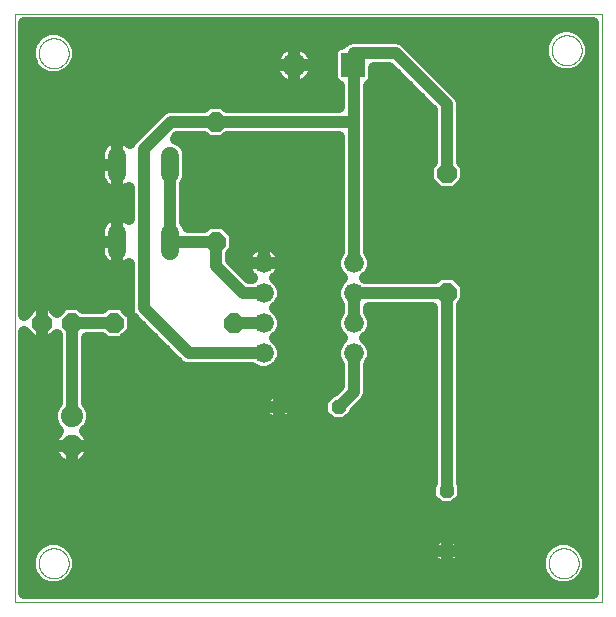
<source format=gbl>
G75*
%MOIN*%
%OFA0B0*%
%FSLAX25Y25*%
%IPPOS*%
%LPD*%
%AMOC8*
5,1,8,0,0,1.08239X$1,22.5*
%
%ADD10C,0.00000*%
%ADD11OC8,0.04800*%
%ADD12C,0.06600*%
%ADD13OC8,0.06600*%
%ADD14C,0.06000*%
%ADD15C,0.07400*%
%ADD16R,0.08000X0.08000*%
%ADD17C,0.08000*%
%ADD18C,0.04000*%
D10*
X0003000Y0003000D02*
X0003000Y0198961D01*
X0198701Y0198961D01*
X0198701Y0003000D01*
X0003000Y0003000D01*
X0011000Y0016000D02*
X0011002Y0016141D01*
X0011008Y0016282D01*
X0011018Y0016422D01*
X0011032Y0016562D01*
X0011050Y0016702D01*
X0011071Y0016841D01*
X0011097Y0016980D01*
X0011126Y0017118D01*
X0011160Y0017254D01*
X0011197Y0017390D01*
X0011238Y0017525D01*
X0011283Y0017659D01*
X0011332Y0017791D01*
X0011384Y0017922D01*
X0011440Y0018051D01*
X0011500Y0018178D01*
X0011563Y0018304D01*
X0011629Y0018428D01*
X0011700Y0018551D01*
X0011773Y0018671D01*
X0011850Y0018789D01*
X0011930Y0018905D01*
X0012014Y0019018D01*
X0012100Y0019129D01*
X0012190Y0019238D01*
X0012283Y0019344D01*
X0012378Y0019447D01*
X0012477Y0019548D01*
X0012578Y0019646D01*
X0012682Y0019741D01*
X0012789Y0019833D01*
X0012898Y0019922D01*
X0013010Y0020007D01*
X0013124Y0020090D01*
X0013240Y0020170D01*
X0013359Y0020246D01*
X0013480Y0020318D01*
X0013602Y0020388D01*
X0013727Y0020453D01*
X0013853Y0020516D01*
X0013981Y0020574D01*
X0014111Y0020629D01*
X0014242Y0020681D01*
X0014375Y0020728D01*
X0014509Y0020772D01*
X0014644Y0020813D01*
X0014780Y0020849D01*
X0014917Y0020881D01*
X0015055Y0020910D01*
X0015193Y0020935D01*
X0015333Y0020955D01*
X0015473Y0020972D01*
X0015613Y0020985D01*
X0015754Y0020994D01*
X0015894Y0020999D01*
X0016035Y0021000D01*
X0016176Y0020997D01*
X0016317Y0020990D01*
X0016457Y0020979D01*
X0016597Y0020964D01*
X0016737Y0020945D01*
X0016876Y0020923D01*
X0017014Y0020896D01*
X0017152Y0020866D01*
X0017288Y0020831D01*
X0017424Y0020793D01*
X0017558Y0020751D01*
X0017692Y0020705D01*
X0017824Y0020656D01*
X0017954Y0020602D01*
X0018083Y0020545D01*
X0018210Y0020485D01*
X0018336Y0020421D01*
X0018459Y0020353D01*
X0018581Y0020282D01*
X0018701Y0020208D01*
X0018818Y0020130D01*
X0018933Y0020049D01*
X0019046Y0019965D01*
X0019157Y0019878D01*
X0019265Y0019787D01*
X0019370Y0019694D01*
X0019473Y0019597D01*
X0019573Y0019498D01*
X0019670Y0019396D01*
X0019764Y0019291D01*
X0019855Y0019184D01*
X0019943Y0019074D01*
X0020028Y0018962D01*
X0020110Y0018847D01*
X0020189Y0018730D01*
X0020264Y0018611D01*
X0020336Y0018490D01*
X0020404Y0018367D01*
X0020469Y0018242D01*
X0020531Y0018115D01*
X0020588Y0017986D01*
X0020643Y0017856D01*
X0020693Y0017725D01*
X0020740Y0017592D01*
X0020783Y0017458D01*
X0020822Y0017322D01*
X0020857Y0017186D01*
X0020889Y0017049D01*
X0020916Y0016911D01*
X0020940Y0016772D01*
X0020960Y0016632D01*
X0020976Y0016492D01*
X0020988Y0016352D01*
X0020996Y0016211D01*
X0021000Y0016070D01*
X0021000Y0015930D01*
X0020996Y0015789D01*
X0020988Y0015648D01*
X0020976Y0015508D01*
X0020960Y0015368D01*
X0020940Y0015228D01*
X0020916Y0015089D01*
X0020889Y0014951D01*
X0020857Y0014814D01*
X0020822Y0014678D01*
X0020783Y0014542D01*
X0020740Y0014408D01*
X0020693Y0014275D01*
X0020643Y0014144D01*
X0020588Y0014014D01*
X0020531Y0013885D01*
X0020469Y0013758D01*
X0020404Y0013633D01*
X0020336Y0013510D01*
X0020264Y0013389D01*
X0020189Y0013270D01*
X0020110Y0013153D01*
X0020028Y0013038D01*
X0019943Y0012926D01*
X0019855Y0012816D01*
X0019764Y0012709D01*
X0019670Y0012604D01*
X0019573Y0012502D01*
X0019473Y0012403D01*
X0019370Y0012306D01*
X0019265Y0012213D01*
X0019157Y0012122D01*
X0019046Y0012035D01*
X0018933Y0011951D01*
X0018818Y0011870D01*
X0018701Y0011792D01*
X0018581Y0011718D01*
X0018459Y0011647D01*
X0018336Y0011579D01*
X0018210Y0011515D01*
X0018083Y0011455D01*
X0017954Y0011398D01*
X0017824Y0011344D01*
X0017692Y0011295D01*
X0017558Y0011249D01*
X0017424Y0011207D01*
X0017288Y0011169D01*
X0017152Y0011134D01*
X0017014Y0011104D01*
X0016876Y0011077D01*
X0016737Y0011055D01*
X0016597Y0011036D01*
X0016457Y0011021D01*
X0016317Y0011010D01*
X0016176Y0011003D01*
X0016035Y0011000D01*
X0015894Y0011001D01*
X0015754Y0011006D01*
X0015613Y0011015D01*
X0015473Y0011028D01*
X0015333Y0011045D01*
X0015193Y0011065D01*
X0015055Y0011090D01*
X0014917Y0011119D01*
X0014780Y0011151D01*
X0014644Y0011187D01*
X0014509Y0011228D01*
X0014375Y0011272D01*
X0014242Y0011319D01*
X0014111Y0011371D01*
X0013981Y0011426D01*
X0013853Y0011484D01*
X0013727Y0011547D01*
X0013602Y0011612D01*
X0013480Y0011682D01*
X0013359Y0011754D01*
X0013240Y0011830D01*
X0013124Y0011910D01*
X0013010Y0011993D01*
X0012898Y0012078D01*
X0012789Y0012167D01*
X0012682Y0012259D01*
X0012578Y0012354D01*
X0012477Y0012452D01*
X0012378Y0012553D01*
X0012283Y0012656D01*
X0012190Y0012762D01*
X0012100Y0012871D01*
X0012014Y0012982D01*
X0011930Y0013095D01*
X0011850Y0013211D01*
X0011773Y0013329D01*
X0011700Y0013449D01*
X0011629Y0013572D01*
X0011563Y0013696D01*
X0011500Y0013822D01*
X0011440Y0013949D01*
X0011384Y0014078D01*
X0011332Y0014209D01*
X0011283Y0014341D01*
X0011238Y0014475D01*
X0011197Y0014610D01*
X0011160Y0014746D01*
X0011126Y0014882D01*
X0011097Y0015020D01*
X0011071Y0015159D01*
X0011050Y0015298D01*
X0011032Y0015438D01*
X0011018Y0015578D01*
X0011008Y0015718D01*
X0011002Y0015859D01*
X0011000Y0016000D01*
X0011000Y0186000D02*
X0011002Y0186141D01*
X0011008Y0186282D01*
X0011018Y0186422D01*
X0011032Y0186562D01*
X0011050Y0186702D01*
X0011071Y0186841D01*
X0011097Y0186980D01*
X0011126Y0187118D01*
X0011160Y0187254D01*
X0011197Y0187390D01*
X0011238Y0187525D01*
X0011283Y0187659D01*
X0011332Y0187791D01*
X0011384Y0187922D01*
X0011440Y0188051D01*
X0011500Y0188178D01*
X0011563Y0188304D01*
X0011629Y0188428D01*
X0011700Y0188551D01*
X0011773Y0188671D01*
X0011850Y0188789D01*
X0011930Y0188905D01*
X0012014Y0189018D01*
X0012100Y0189129D01*
X0012190Y0189238D01*
X0012283Y0189344D01*
X0012378Y0189447D01*
X0012477Y0189548D01*
X0012578Y0189646D01*
X0012682Y0189741D01*
X0012789Y0189833D01*
X0012898Y0189922D01*
X0013010Y0190007D01*
X0013124Y0190090D01*
X0013240Y0190170D01*
X0013359Y0190246D01*
X0013480Y0190318D01*
X0013602Y0190388D01*
X0013727Y0190453D01*
X0013853Y0190516D01*
X0013981Y0190574D01*
X0014111Y0190629D01*
X0014242Y0190681D01*
X0014375Y0190728D01*
X0014509Y0190772D01*
X0014644Y0190813D01*
X0014780Y0190849D01*
X0014917Y0190881D01*
X0015055Y0190910D01*
X0015193Y0190935D01*
X0015333Y0190955D01*
X0015473Y0190972D01*
X0015613Y0190985D01*
X0015754Y0190994D01*
X0015894Y0190999D01*
X0016035Y0191000D01*
X0016176Y0190997D01*
X0016317Y0190990D01*
X0016457Y0190979D01*
X0016597Y0190964D01*
X0016737Y0190945D01*
X0016876Y0190923D01*
X0017014Y0190896D01*
X0017152Y0190866D01*
X0017288Y0190831D01*
X0017424Y0190793D01*
X0017558Y0190751D01*
X0017692Y0190705D01*
X0017824Y0190656D01*
X0017954Y0190602D01*
X0018083Y0190545D01*
X0018210Y0190485D01*
X0018336Y0190421D01*
X0018459Y0190353D01*
X0018581Y0190282D01*
X0018701Y0190208D01*
X0018818Y0190130D01*
X0018933Y0190049D01*
X0019046Y0189965D01*
X0019157Y0189878D01*
X0019265Y0189787D01*
X0019370Y0189694D01*
X0019473Y0189597D01*
X0019573Y0189498D01*
X0019670Y0189396D01*
X0019764Y0189291D01*
X0019855Y0189184D01*
X0019943Y0189074D01*
X0020028Y0188962D01*
X0020110Y0188847D01*
X0020189Y0188730D01*
X0020264Y0188611D01*
X0020336Y0188490D01*
X0020404Y0188367D01*
X0020469Y0188242D01*
X0020531Y0188115D01*
X0020588Y0187986D01*
X0020643Y0187856D01*
X0020693Y0187725D01*
X0020740Y0187592D01*
X0020783Y0187458D01*
X0020822Y0187322D01*
X0020857Y0187186D01*
X0020889Y0187049D01*
X0020916Y0186911D01*
X0020940Y0186772D01*
X0020960Y0186632D01*
X0020976Y0186492D01*
X0020988Y0186352D01*
X0020996Y0186211D01*
X0021000Y0186070D01*
X0021000Y0185930D01*
X0020996Y0185789D01*
X0020988Y0185648D01*
X0020976Y0185508D01*
X0020960Y0185368D01*
X0020940Y0185228D01*
X0020916Y0185089D01*
X0020889Y0184951D01*
X0020857Y0184814D01*
X0020822Y0184678D01*
X0020783Y0184542D01*
X0020740Y0184408D01*
X0020693Y0184275D01*
X0020643Y0184144D01*
X0020588Y0184014D01*
X0020531Y0183885D01*
X0020469Y0183758D01*
X0020404Y0183633D01*
X0020336Y0183510D01*
X0020264Y0183389D01*
X0020189Y0183270D01*
X0020110Y0183153D01*
X0020028Y0183038D01*
X0019943Y0182926D01*
X0019855Y0182816D01*
X0019764Y0182709D01*
X0019670Y0182604D01*
X0019573Y0182502D01*
X0019473Y0182403D01*
X0019370Y0182306D01*
X0019265Y0182213D01*
X0019157Y0182122D01*
X0019046Y0182035D01*
X0018933Y0181951D01*
X0018818Y0181870D01*
X0018701Y0181792D01*
X0018581Y0181718D01*
X0018459Y0181647D01*
X0018336Y0181579D01*
X0018210Y0181515D01*
X0018083Y0181455D01*
X0017954Y0181398D01*
X0017824Y0181344D01*
X0017692Y0181295D01*
X0017558Y0181249D01*
X0017424Y0181207D01*
X0017288Y0181169D01*
X0017152Y0181134D01*
X0017014Y0181104D01*
X0016876Y0181077D01*
X0016737Y0181055D01*
X0016597Y0181036D01*
X0016457Y0181021D01*
X0016317Y0181010D01*
X0016176Y0181003D01*
X0016035Y0181000D01*
X0015894Y0181001D01*
X0015754Y0181006D01*
X0015613Y0181015D01*
X0015473Y0181028D01*
X0015333Y0181045D01*
X0015193Y0181065D01*
X0015055Y0181090D01*
X0014917Y0181119D01*
X0014780Y0181151D01*
X0014644Y0181187D01*
X0014509Y0181228D01*
X0014375Y0181272D01*
X0014242Y0181319D01*
X0014111Y0181371D01*
X0013981Y0181426D01*
X0013853Y0181484D01*
X0013727Y0181547D01*
X0013602Y0181612D01*
X0013480Y0181682D01*
X0013359Y0181754D01*
X0013240Y0181830D01*
X0013124Y0181910D01*
X0013010Y0181993D01*
X0012898Y0182078D01*
X0012789Y0182167D01*
X0012682Y0182259D01*
X0012578Y0182354D01*
X0012477Y0182452D01*
X0012378Y0182553D01*
X0012283Y0182656D01*
X0012190Y0182762D01*
X0012100Y0182871D01*
X0012014Y0182982D01*
X0011930Y0183095D01*
X0011850Y0183211D01*
X0011773Y0183329D01*
X0011700Y0183449D01*
X0011629Y0183572D01*
X0011563Y0183696D01*
X0011500Y0183822D01*
X0011440Y0183949D01*
X0011384Y0184078D01*
X0011332Y0184209D01*
X0011283Y0184341D01*
X0011238Y0184475D01*
X0011197Y0184610D01*
X0011160Y0184746D01*
X0011126Y0184882D01*
X0011097Y0185020D01*
X0011071Y0185159D01*
X0011050Y0185298D01*
X0011032Y0185438D01*
X0011018Y0185578D01*
X0011008Y0185718D01*
X0011002Y0185859D01*
X0011000Y0186000D01*
X0182000Y0187000D02*
X0182002Y0187141D01*
X0182008Y0187282D01*
X0182018Y0187422D01*
X0182032Y0187562D01*
X0182050Y0187702D01*
X0182071Y0187841D01*
X0182097Y0187980D01*
X0182126Y0188118D01*
X0182160Y0188254D01*
X0182197Y0188390D01*
X0182238Y0188525D01*
X0182283Y0188659D01*
X0182332Y0188791D01*
X0182384Y0188922D01*
X0182440Y0189051D01*
X0182500Y0189178D01*
X0182563Y0189304D01*
X0182629Y0189428D01*
X0182700Y0189551D01*
X0182773Y0189671D01*
X0182850Y0189789D01*
X0182930Y0189905D01*
X0183014Y0190018D01*
X0183100Y0190129D01*
X0183190Y0190238D01*
X0183283Y0190344D01*
X0183378Y0190447D01*
X0183477Y0190548D01*
X0183578Y0190646D01*
X0183682Y0190741D01*
X0183789Y0190833D01*
X0183898Y0190922D01*
X0184010Y0191007D01*
X0184124Y0191090D01*
X0184240Y0191170D01*
X0184359Y0191246D01*
X0184480Y0191318D01*
X0184602Y0191388D01*
X0184727Y0191453D01*
X0184853Y0191516D01*
X0184981Y0191574D01*
X0185111Y0191629D01*
X0185242Y0191681D01*
X0185375Y0191728D01*
X0185509Y0191772D01*
X0185644Y0191813D01*
X0185780Y0191849D01*
X0185917Y0191881D01*
X0186055Y0191910D01*
X0186193Y0191935D01*
X0186333Y0191955D01*
X0186473Y0191972D01*
X0186613Y0191985D01*
X0186754Y0191994D01*
X0186894Y0191999D01*
X0187035Y0192000D01*
X0187176Y0191997D01*
X0187317Y0191990D01*
X0187457Y0191979D01*
X0187597Y0191964D01*
X0187737Y0191945D01*
X0187876Y0191923D01*
X0188014Y0191896D01*
X0188152Y0191866D01*
X0188288Y0191831D01*
X0188424Y0191793D01*
X0188558Y0191751D01*
X0188692Y0191705D01*
X0188824Y0191656D01*
X0188954Y0191602D01*
X0189083Y0191545D01*
X0189210Y0191485D01*
X0189336Y0191421D01*
X0189459Y0191353D01*
X0189581Y0191282D01*
X0189701Y0191208D01*
X0189818Y0191130D01*
X0189933Y0191049D01*
X0190046Y0190965D01*
X0190157Y0190878D01*
X0190265Y0190787D01*
X0190370Y0190694D01*
X0190473Y0190597D01*
X0190573Y0190498D01*
X0190670Y0190396D01*
X0190764Y0190291D01*
X0190855Y0190184D01*
X0190943Y0190074D01*
X0191028Y0189962D01*
X0191110Y0189847D01*
X0191189Y0189730D01*
X0191264Y0189611D01*
X0191336Y0189490D01*
X0191404Y0189367D01*
X0191469Y0189242D01*
X0191531Y0189115D01*
X0191588Y0188986D01*
X0191643Y0188856D01*
X0191693Y0188725D01*
X0191740Y0188592D01*
X0191783Y0188458D01*
X0191822Y0188322D01*
X0191857Y0188186D01*
X0191889Y0188049D01*
X0191916Y0187911D01*
X0191940Y0187772D01*
X0191960Y0187632D01*
X0191976Y0187492D01*
X0191988Y0187352D01*
X0191996Y0187211D01*
X0192000Y0187070D01*
X0192000Y0186930D01*
X0191996Y0186789D01*
X0191988Y0186648D01*
X0191976Y0186508D01*
X0191960Y0186368D01*
X0191940Y0186228D01*
X0191916Y0186089D01*
X0191889Y0185951D01*
X0191857Y0185814D01*
X0191822Y0185678D01*
X0191783Y0185542D01*
X0191740Y0185408D01*
X0191693Y0185275D01*
X0191643Y0185144D01*
X0191588Y0185014D01*
X0191531Y0184885D01*
X0191469Y0184758D01*
X0191404Y0184633D01*
X0191336Y0184510D01*
X0191264Y0184389D01*
X0191189Y0184270D01*
X0191110Y0184153D01*
X0191028Y0184038D01*
X0190943Y0183926D01*
X0190855Y0183816D01*
X0190764Y0183709D01*
X0190670Y0183604D01*
X0190573Y0183502D01*
X0190473Y0183403D01*
X0190370Y0183306D01*
X0190265Y0183213D01*
X0190157Y0183122D01*
X0190046Y0183035D01*
X0189933Y0182951D01*
X0189818Y0182870D01*
X0189701Y0182792D01*
X0189581Y0182718D01*
X0189459Y0182647D01*
X0189336Y0182579D01*
X0189210Y0182515D01*
X0189083Y0182455D01*
X0188954Y0182398D01*
X0188824Y0182344D01*
X0188692Y0182295D01*
X0188558Y0182249D01*
X0188424Y0182207D01*
X0188288Y0182169D01*
X0188152Y0182134D01*
X0188014Y0182104D01*
X0187876Y0182077D01*
X0187737Y0182055D01*
X0187597Y0182036D01*
X0187457Y0182021D01*
X0187317Y0182010D01*
X0187176Y0182003D01*
X0187035Y0182000D01*
X0186894Y0182001D01*
X0186754Y0182006D01*
X0186613Y0182015D01*
X0186473Y0182028D01*
X0186333Y0182045D01*
X0186193Y0182065D01*
X0186055Y0182090D01*
X0185917Y0182119D01*
X0185780Y0182151D01*
X0185644Y0182187D01*
X0185509Y0182228D01*
X0185375Y0182272D01*
X0185242Y0182319D01*
X0185111Y0182371D01*
X0184981Y0182426D01*
X0184853Y0182484D01*
X0184727Y0182547D01*
X0184602Y0182612D01*
X0184480Y0182682D01*
X0184359Y0182754D01*
X0184240Y0182830D01*
X0184124Y0182910D01*
X0184010Y0182993D01*
X0183898Y0183078D01*
X0183789Y0183167D01*
X0183682Y0183259D01*
X0183578Y0183354D01*
X0183477Y0183452D01*
X0183378Y0183553D01*
X0183283Y0183656D01*
X0183190Y0183762D01*
X0183100Y0183871D01*
X0183014Y0183982D01*
X0182930Y0184095D01*
X0182850Y0184211D01*
X0182773Y0184329D01*
X0182700Y0184449D01*
X0182629Y0184572D01*
X0182563Y0184696D01*
X0182500Y0184822D01*
X0182440Y0184949D01*
X0182384Y0185078D01*
X0182332Y0185209D01*
X0182283Y0185341D01*
X0182238Y0185475D01*
X0182197Y0185610D01*
X0182160Y0185746D01*
X0182126Y0185882D01*
X0182097Y0186020D01*
X0182071Y0186159D01*
X0182050Y0186298D01*
X0182032Y0186438D01*
X0182018Y0186578D01*
X0182008Y0186718D01*
X0182002Y0186859D01*
X0182000Y0187000D01*
X0181000Y0016000D02*
X0181002Y0016141D01*
X0181008Y0016282D01*
X0181018Y0016422D01*
X0181032Y0016562D01*
X0181050Y0016702D01*
X0181071Y0016841D01*
X0181097Y0016980D01*
X0181126Y0017118D01*
X0181160Y0017254D01*
X0181197Y0017390D01*
X0181238Y0017525D01*
X0181283Y0017659D01*
X0181332Y0017791D01*
X0181384Y0017922D01*
X0181440Y0018051D01*
X0181500Y0018178D01*
X0181563Y0018304D01*
X0181629Y0018428D01*
X0181700Y0018551D01*
X0181773Y0018671D01*
X0181850Y0018789D01*
X0181930Y0018905D01*
X0182014Y0019018D01*
X0182100Y0019129D01*
X0182190Y0019238D01*
X0182283Y0019344D01*
X0182378Y0019447D01*
X0182477Y0019548D01*
X0182578Y0019646D01*
X0182682Y0019741D01*
X0182789Y0019833D01*
X0182898Y0019922D01*
X0183010Y0020007D01*
X0183124Y0020090D01*
X0183240Y0020170D01*
X0183359Y0020246D01*
X0183480Y0020318D01*
X0183602Y0020388D01*
X0183727Y0020453D01*
X0183853Y0020516D01*
X0183981Y0020574D01*
X0184111Y0020629D01*
X0184242Y0020681D01*
X0184375Y0020728D01*
X0184509Y0020772D01*
X0184644Y0020813D01*
X0184780Y0020849D01*
X0184917Y0020881D01*
X0185055Y0020910D01*
X0185193Y0020935D01*
X0185333Y0020955D01*
X0185473Y0020972D01*
X0185613Y0020985D01*
X0185754Y0020994D01*
X0185894Y0020999D01*
X0186035Y0021000D01*
X0186176Y0020997D01*
X0186317Y0020990D01*
X0186457Y0020979D01*
X0186597Y0020964D01*
X0186737Y0020945D01*
X0186876Y0020923D01*
X0187014Y0020896D01*
X0187152Y0020866D01*
X0187288Y0020831D01*
X0187424Y0020793D01*
X0187558Y0020751D01*
X0187692Y0020705D01*
X0187824Y0020656D01*
X0187954Y0020602D01*
X0188083Y0020545D01*
X0188210Y0020485D01*
X0188336Y0020421D01*
X0188459Y0020353D01*
X0188581Y0020282D01*
X0188701Y0020208D01*
X0188818Y0020130D01*
X0188933Y0020049D01*
X0189046Y0019965D01*
X0189157Y0019878D01*
X0189265Y0019787D01*
X0189370Y0019694D01*
X0189473Y0019597D01*
X0189573Y0019498D01*
X0189670Y0019396D01*
X0189764Y0019291D01*
X0189855Y0019184D01*
X0189943Y0019074D01*
X0190028Y0018962D01*
X0190110Y0018847D01*
X0190189Y0018730D01*
X0190264Y0018611D01*
X0190336Y0018490D01*
X0190404Y0018367D01*
X0190469Y0018242D01*
X0190531Y0018115D01*
X0190588Y0017986D01*
X0190643Y0017856D01*
X0190693Y0017725D01*
X0190740Y0017592D01*
X0190783Y0017458D01*
X0190822Y0017322D01*
X0190857Y0017186D01*
X0190889Y0017049D01*
X0190916Y0016911D01*
X0190940Y0016772D01*
X0190960Y0016632D01*
X0190976Y0016492D01*
X0190988Y0016352D01*
X0190996Y0016211D01*
X0191000Y0016070D01*
X0191000Y0015930D01*
X0190996Y0015789D01*
X0190988Y0015648D01*
X0190976Y0015508D01*
X0190960Y0015368D01*
X0190940Y0015228D01*
X0190916Y0015089D01*
X0190889Y0014951D01*
X0190857Y0014814D01*
X0190822Y0014678D01*
X0190783Y0014542D01*
X0190740Y0014408D01*
X0190693Y0014275D01*
X0190643Y0014144D01*
X0190588Y0014014D01*
X0190531Y0013885D01*
X0190469Y0013758D01*
X0190404Y0013633D01*
X0190336Y0013510D01*
X0190264Y0013389D01*
X0190189Y0013270D01*
X0190110Y0013153D01*
X0190028Y0013038D01*
X0189943Y0012926D01*
X0189855Y0012816D01*
X0189764Y0012709D01*
X0189670Y0012604D01*
X0189573Y0012502D01*
X0189473Y0012403D01*
X0189370Y0012306D01*
X0189265Y0012213D01*
X0189157Y0012122D01*
X0189046Y0012035D01*
X0188933Y0011951D01*
X0188818Y0011870D01*
X0188701Y0011792D01*
X0188581Y0011718D01*
X0188459Y0011647D01*
X0188336Y0011579D01*
X0188210Y0011515D01*
X0188083Y0011455D01*
X0187954Y0011398D01*
X0187824Y0011344D01*
X0187692Y0011295D01*
X0187558Y0011249D01*
X0187424Y0011207D01*
X0187288Y0011169D01*
X0187152Y0011134D01*
X0187014Y0011104D01*
X0186876Y0011077D01*
X0186737Y0011055D01*
X0186597Y0011036D01*
X0186457Y0011021D01*
X0186317Y0011010D01*
X0186176Y0011003D01*
X0186035Y0011000D01*
X0185894Y0011001D01*
X0185754Y0011006D01*
X0185613Y0011015D01*
X0185473Y0011028D01*
X0185333Y0011045D01*
X0185193Y0011065D01*
X0185055Y0011090D01*
X0184917Y0011119D01*
X0184780Y0011151D01*
X0184644Y0011187D01*
X0184509Y0011228D01*
X0184375Y0011272D01*
X0184242Y0011319D01*
X0184111Y0011371D01*
X0183981Y0011426D01*
X0183853Y0011484D01*
X0183727Y0011547D01*
X0183602Y0011612D01*
X0183480Y0011682D01*
X0183359Y0011754D01*
X0183240Y0011830D01*
X0183124Y0011910D01*
X0183010Y0011993D01*
X0182898Y0012078D01*
X0182789Y0012167D01*
X0182682Y0012259D01*
X0182578Y0012354D01*
X0182477Y0012452D01*
X0182378Y0012553D01*
X0182283Y0012656D01*
X0182190Y0012762D01*
X0182100Y0012871D01*
X0182014Y0012982D01*
X0181930Y0013095D01*
X0181850Y0013211D01*
X0181773Y0013329D01*
X0181700Y0013449D01*
X0181629Y0013572D01*
X0181563Y0013696D01*
X0181500Y0013822D01*
X0181440Y0013949D01*
X0181384Y0014078D01*
X0181332Y0014209D01*
X0181283Y0014341D01*
X0181238Y0014475D01*
X0181197Y0014610D01*
X0181160Y0014746D01*
X0181126Y0014882D01*
X0181097Y0015020D01*
X0181071Y0015159D01*
X0181050Y0015298D01*
X0181032Y0015438D01*
X0181018Y0015578D01*
X0181008Y0015718D01*
X0181002Y0015859D01*
X0181000Y0016000D01*
D11*
X0147000Y0020000D03*
X0147000Y0040000D03*
X0111000Y0068000D03*
X0091000Y0068000D03*
D12*
X0086000Y0086000D03*
X0086000Y0096000D03*
X0086000Y0106000D03*
X0086000Y0116000D03*
X0116000Y0116000D03*
X0116000Y0106000D03*
X0116000Y0096000D03*
X0116000Y0086000D03*
D13*
X0147000Y0106000D03*
X0147000Y0146000D03*
X0076000Y0096000D03*
X0070000Y0123000D03*
X0036000Y0096000D03*
X0022000Y0096000D03*
X0012000Y0096000D03*
X0070000Y0163000D03*
D14*
X0054900Y0151800D02*
X0054900Y0145800D01*
X0037100Y0145800D02*
X0037100Y0151800D01*
X0037100Y0126200D02*
X0037100Y0120200D01*
X0054900Y0120200D02*
X0054900Y0126200D01*
D15*
X0022000Y0065000D03*
X0022000Y0055000D03*
D16*
X0115843Y0182000D03*
D17*
X0096157Y0182000D03*
D18*
X0089157Y0182000D01*
X0089157Y0181541D01*
X0089277Y0180631D01*
X0089515Y0179745D01*
X0089866Y0178897D01*
X0090325Y0178103D01*
X0090883Y0177375D01*
X0091532Y0176726D01*
X0092260Y0176167D01*
X0093055Y0175708D01*
X0093903Y0175357D01*
X0094789Y0175120D01*
X0095699Y0175000D01*
X0096157Y0175000D01*
X0096157Y0182000D01*
X0096157Y0182000D01*
X0089157Y0182000D01*
X0089157Y0182459D01*
X0089277Y0183369D01*
X0089515Y0184255D01*
X0089866Y0185103D01*
X0090325Y0185897D01*
X0090883Y0186625D01*
X0091532Y0187274D01*
X0092260Y0187833D01*
X0093055Y0188292D01*
X0093903Y0188643D01*
X0094789Y0188880D01*
X0095699Y0189000D01*
X0096157Y0189000D01*
X0096157Y0182000D01*
X0096158Y0182000D01*
X0103157Y0182000D01*
X0096158Y0182000D01*
X0096158Y0182000D01*
X0096158Y0189000D01*
X0096616Y0189000D01*
X0097526Y0188880D01*
X0098412Y0188643D01*
X0099260Y0188292D01*
X0100055Y0187833D01*
X0100783Y0187274D01*
X0101432Y0186625D01*
X0101990Y0185897D01*
X0102449Y0185103D01*
X0102800Y0184255D01*
X0103038Y0183369D01*
X0103157Y0182459D01*
X0103157Y0182000D01*
X0103157Y0181541D01*
X0103038Y0180631D01*
X0102800Y0179745D01*
X0102449Y0178897D01*
X0101990Y0178103D01*
X0101432Y0177375D01*
X0100783Y0176726D01*
X0100055Y0176167D01*
X0099260Y0175708D01*
X0098412Y0175357D01*
X0097526Y0175120D01*
X0096616Y0175000D01*
X0096158Y0175000D01*
X0096158Y0182000D01*
X0096157Y0182000D01*
X0040000Y0182000D01*
X0026000Y0168000D01*
X0026000Y0148800D01*
X0016800Y0148800D01*
X0012000Y0144000D01*
X0012000Y0096000D01*
X0012000Y0049000D01*
X0041000Y0020000D01*
X0091000Y0020000D01*
X0091000Y0068000D01*
X0094000Y0071000D01*
X0094000Y0115000D01*
X0093000Y0116000D01*
X0086000Y0116000D01*
X0086000Y0116000D01*
X0086000Y0122300D01*
X0086496Y0122300D01*
X0087475Y0122145D01*
X0088418Y0121838D01*
X0089302Y0121388D01*
X0090104Y0120805D01*
X0090805Y0120104D01*
X0091388Y0119302D01*
X0091838Y0118418D01*
X0092145Y0117475D01*
X0092300Y0116496D01*
X0092300Y0116000D01*
X0086000Y0116000D01*
X0086000Y0116000D01*
X0086000Y0116000D01*
X0079700Y0116000D01*
X0079700Y0116496D01*
X0079855Y0117475D01*
X0080162Y0118418D01*
X0080612Y0119302D01*
X0081195Y0120104D01*
X0081896Y0120805D01*
X0082698Y0121388D01*
X0083582Y0121838D01*
X0084525Y0122145D01*
X0085504Y0122300D01*
X0086000Y0122300D01*
X0086000Y0116000D01*
X0092300Y0116000D01*
X0092300Y0115504D01*
X0092145Y0114525D01*
X0091838Y0113582D01*
X0091388Y0112698D01*
X0090805Y0111896D01*
X0090104Y0111195D01*
X0089879Y0111031D01*
X0091341Y0109569D01*
X0092300Y0107253D01*
X0092300Y0104747D01*
X0091341Y0102431D01*
X0089910Y0101000D01*
X0091341Y0099569D01*
X0092300Y0097253D01*
X0092300Y0094747D01*
X0091341Y0092431D01*
X0089910Y0091000D01*
X0091341Y0089569D01*
X0092300Y0087253D01*
X0092300Y0084747D01*
X0091341Y0082431D01*
X0089569Y0080659D01*
X0087253Y0079700D01*
X0084747Y0079700D01*
X0082431Y0080659D01*
X0082090Y0081000D01*
X0060005Y0081000D01*
X0058168Y0081761D01*
X0043168Y0096761D01*
X0043168Y0096761D01*
X0042300Y0097629D01*
X0042300Y0093390D01*
X0038610Y0089700D01*
X0033390Y0089700D01*
X0032090Y0091000D01*
X0027000Y0091000D01*
X0027000Y0069475D01*
X0027680Y0068795D01*
X0028700Y0066333D01*
X0028700Y0063667D01*
X0027680Y0061205D01*
X0026475Y0060000D01*
X0027048Y0059427D01*
X0027583Y0058730D01*
X0028022Y0057970D01*
X0028358Y0057158D01*
X0028585Y0056310D01*
X0028700Y0055439D01*
X0028700Y0055000D01*
X0022000Y0055000D01*
X0022000Y0055000D01*
X0028700Y0055000D01*
X0028700Y0054561D01*
X0028585Y0053690D01*
X0028358Y0052842D01*
X0028022Y0052030D01*
X0027583Y0051270D01*
X0027048Y0050573D01*
X0026427Y0049952D01*
X0025730Y0049417D01*
X0024970Y0048978D01*
X0024158Y0048642D01*
X0023310Y0048415D01*
X0022439Y0048300D01*
X0022000Y0048300D01*
X0022000Y0055000D01*
X0022000Y0055000D01*
X0022000Y0055000D01*
X0015300Y0055000D01*
X0015300Y0055439D01*
X0015415Y0056310D01*
X0015642Y0057158D01*
X0015978Y0057970D01*
X0016417Y0058730D01*
X0016952Y0059427D01*
X0017525Y0060000D01*
X0016320Y0061205D01*
X0015300Y0063667D01*
X0015300Y0066333D01*
X0016320Y0068795D01*
X0017000Y0069475D01*
X0017000Y0092090D01*
X0014610Y0089700D01*
X0012000Y0089700D01*
X0012000Y0096000D01*
X0012000Y0096000D01*
X0012000Y0102300D01*
X0014610Y0102300D01*
X0017000Y0099910D01*
X0019390Y0102300D01*
X0024610Y0102300D01*
X0025910Y0101000D01*
X0032090Y0101000D01*
X0033390Y0102300D01*
X0038610Y0102300D01*
X0041068Y0099842D01*
X0041000Y0100005D01*
X0041000Y0115617D01*
X0040245Y0115068D01*
X0039403Y0114640D01*
X0038505Y0114348D01*
X0037572Y0114200D01*
X0037100Y0114200D01*
X0037100Y0123200D01*
X0037100Y0148800D01*
X0026000Y0148800D01*
X0031100Y0148800D02*
X0031100Y0145328D01*
X0031248Y0144395D01*
X0031540Y0143497D01*
X0031968Y0142655D01*
X0032523Y0141891D01*
X0033191Y0141223D01*
X0033955Y0140668D01*
X0034797Y0140240D01*
X0035695Y0139948D01*
X0036628Y0139800D01*
X0037100Y0139800D01*
X0037572Y0139800D01*
X0038505Y0139948D01*
X0039403Y0140240D01*
X0040245Y0140668D01*
X0041000Y0141217D01*
X0041000Y0130783D01*
X0040245Y0131332D01*
X0039403Y0131760D01*
X0038505Y0132052D01*
X0037572Y0132200D01*
X0037100Y0132200D01*
X0037100Y0123200D01*
X0037100Y0123200D01*
X0037100Y0123200D01*
X0037100Y0123200D01*
X0031100Y0123200D01*
X0031100Y0126672D01*
X0031248Y0127605D01*
X0031540Y0128503D01*
X0031968Y0129345D01*
X0032523Y0130109D01*
X0033191Y0130777D01*
X0033955Y0131332D01*
X0034797Y0131760D01*
X0035695Y0132052D01*
X0036628Y0132200D01*
X0037100Y0132200D01*
X0037100Y0123200D01*
X0037100Y0114200D01*
X0036628Y0114200D01*
X0035695Y0114348D01*
X0034797Y0114640D01*
X0033955Y0115068D01*
X0033191Y0115623D01*
X0032523Y0116291D01*
X0031968Y0117055D01*
X0031540Y0117897D01*
X0031248Y0118795D01*
X0031100Y0119728D01*
X0031100Y0123200D01*
X0037100Y0123200D01*
X0037100Y0122955D02*
X0037100Y0122955D01*
X0037100Y0118957D02*
X0037100Y0118957D01*
X0037100Y0114958D02*
X0037100Y0114958D01*
X0040029Y0114958D02*
X0041000Y0114958D01*
X0041000Y0110960D02*
X0006000Y0110960D01*
X0006000Y0114958D02*
X0034171Y0114958D01*
X0031222Y0118957D02*
X0006000Y0118957D01*
X0006000Y0122955D02*
X0031100Y0122955D01*
X0031145Y0126954D02*
X0006000Y0126954D01*
X0006000Y0130952D02*
X0033433Y0130952D01*
X0037100Y0130952D02*
X0037100Y0130952D01*
X0040767Y0130952D02*
X0041000Y0130952D01*
X0041000Y0134951D02*
X0006000Y0134951D01*
X0006000Y0138949D02*
X0041000Y0138949D01*
X0037100Y0139800D02*
X0037100Y0148800D01*
X0037100Y0148800D01*
X0037100Y0157800D01*
X0037572Y0157800D01*
X0038505Y0157652D01*
X0039403Y0157360D01*
X0040245Y0156932D01*
X0041009Y0156377D01*
X0041407Y0155978D01*
X0041761Y0156832D01*
X0050761Y0165832D01*
X0050761Y0165832D01*
X0052168Y0167239D01*
X0054005Y0168000D01*
X0066090Y0168000D01*
X0067390Y0169300D01*
X0072610Y0169300D01*
X0073910Y0168000D01*
X0111000Y0168000D01*
X0111000Y0175102D01*
X0110143Y0175457D01*
X0109299Y0176301D01*
X0108843Y0177403D01*
X0108843Y0186597D01*
X0109299Y0187699D01*
X0110143Y0188543D01*
X0111246Y0189000D01*
X0111929Y0189000D01*
X0113168Y0190239D01*
X0115005Y0191000D01*
X0130995Y0191000D01*
X0132832Y0190239D01*
X0149832Y0173239D01*
X0151239Y0171832D01*
X0152000Y0169995D01*
X0152000Y0149910D01*
X0153300Y0148610D01*
X0153300Y0143390D01*
X0149610Y0139700D01*
X0144390Y0139700D01*
X0140700Y0143390D01*
X0140700Y0148610D01*
X0142000Y0149910D01*
X0142000Y0166929D01*
X0127929Y0181000D01*
X0122843Y0181000D01*
X0122843Y0177403D01*
X0122386Y0176301D01*
X0121542Y0175457D01*
X0121000Y0175232D01*
X0121000Y0119910D01*
X0121341Y0119569D01*
X0122300Y0117253D01*
X0122300Y0114747D01*
X0121341Y0112431D01*
X0119910Y0111000D01*
X0143090Y0111000D01*
X0144390Y0112300D01*
X0149610Y0112300D01*
X0153300Y0108610D01*
X0153300Y0103390D01*
X0152000Y0102090D01*
X0152000Y0042637D01*
X0152400Y0042237D01*
X0152400Y0037763D01*
X0149237Y0034600D01*
X0144763Y0034600D01*
X0141600Y0037763D01*
X0141600Y0042237D01*
X0142000Y0042637D01*
X0142000Y0101000D01*
X0121000Y0101000D01*
X0121000Y0099910D01*
X0121341Y0099569D01*
X0122300Y0097253D01*
X0122300Y0094747D01*
X0121341Y0092431D01*
X0119910Y0091000D01*
X0121341Y0089569D01*
X0122300Y0087253D01*
X0122300Y0084747D01*
X0121341Y0082431D01*
X0121000Y0082090D01*
X0121000Y0072005D01*
X0120239Y0070168D01*
X0116400Y0066329D01*
X0116400Y0065763D01*
X0113237Y0062600D01*
X0108763Y0062600D01*
X0105600Y0065763D01*
X0105600Y0070237D01*
X0108763Y0073400D01*
X0109329Y0073400D01*
X0111000Y0075071D01*
X0111000Y0082090D01*
X0110659Y0082431D01*
X0109700Y0084747D01*
X0109700Y0087253D01*
X0110659Y0089569D01*
X0112090Y0091000D01*
X0110659Y0092431D01*
X0109700Y0094747D01*
X0109700Y0097253D01*
X0110659Y0099569D01*
X0111000Y0099910D01*
X0111000Y0102090D01*
X0110659Y0102431D01*
X0109700Y0104747D01*
X0109700Y0107253D01*
X0110659Y0109569D01*
X0112090Y0111000D01*
X0110659Y0112431D01*
X0109700Y0114747D01*
X0109700Y0117253D01*
X0110659Y0119569D01*
X0111000Y0119910D01*
X0111000Y0158000D01*
X0073910Y0158000D01*
X0072610Y0156700D01*
X0067390Y0156700D01*
X0066090Y0158000D01*
X0057071Y0158000D01*
X0056643Y0157572D01*
X0058299Y0156887D01*
X0059987Y0155199D01*
X0060900Y0152993D01*
X0060900Y0144607D01*
X0059987Y0142401D01*
X0059900Y0142315D01*
X0059900Y0129685D01*
X0059987Y0129599D01*
X0060649Y0128000D01*
X0066090Y0128000D01*
X0067390Y0129300D01*
X0072610Y0129300D01*
X0076300Y0125610D01*
X0076300Y0120390D01*
X0075000Y0119090D01*
X0075000Y0117071D01*
X0081071Y0111000D01*
X0082090Y0111000D01*
X0082121Y0111031D01*
X0081896Y0111195D01*
X0081195Y0111896D01*
X0080612Y0112698D01*
X0080162Y0113582D01*
X0079855Y0114525D01*
X0079700Y0115504D01*
X0079700Y0116000D01*
X0086000Y0116000D01*
X0086000Y0118957D02*
X0086000Y0118957D01*
X0080436Y0118957D02*
X0075000Y0118957D01*
X0076300Y0122955D02*
X0111000Y0122955D01*
X0111000Y0126954D02*
X0074956Y0126954D01*
X0070000Y0123000D02*
X0055100Y0123000D01*
X0054900Y0123200D01*
X0054900Y0148800D01*
X0060900Y0146946D02*
X0111000Y0146946D01*
X0111000Y0142948D02*
X0060213Y0142948D01*
X0059900Y0138949D02*
X0111000Y0138949D01*
X0111000Y0134951D02*
X0059900Y0134951D01*
X0059900Y0130952D02*
X0111000Y0130952D01*
X0121000Y0130952D02*
X0195701Y0130952D01*
X0195701Y0126954D02*
X0121000Y0126954D01*
X0121000Y0122955D02*
X0195701Y0122955D01*
X0195701Y0118957D02*
X0121594Y0118957D01*
X0122300Y0114958D02*
X0195701Y0114958D01*
X0195701Y0110960D02*
X0150950Y0110960D01*
X0153300Y0106961D02*
X0195701Y0106961D01*
X0195701Y0102963D02*
X0152872Y0102963D01*
X0152000Y0098964D02*
X0195701Y0098964D01*
X0195701Y0094966D02*
X0152000Y0094966D01*
X0152000Y0090967D02*
X0195701Y0090967D01*
X0195701Y0086969D02*
X0152000Y0086969D01*
X0152000Y0082970D02*
X0195701Y0082970D01*
X0195701Y0078972D02*
X0152000Y0078972D01*
X0152000Y0074973D02*
X0195701Y0074973D01*
X0195701Y0070975D02*
X0152000Y0070975D01*
X0152000Y0066976D02*
X0195701Y0066976D01*
X0195701Y0062978D02*
X0152000Y0062978D01*
X0152000Y0058979D02*
X0195701Y0058979D01*
X0195701Y0054981D02*
X0152000Y0054981D01*
X0152000Y0050982D02*
X0195701Y0050982D01*
X0195701Y0046984D02*
X0152000Y0046984D01*
X0152000Y0042985D02*
X0195701Y0042985D01*
X0195701Y0038987D02*
X0152400Y0038987D01*
X0149625Y0034988D02*
X0195701Y0034988D01*
X0195701Y0030990D02*
X0006000Y0030990D01*
X0006000Y0034988D02*
X0144375Y0034988D01*
X0141600Y0038987D02*
X0006000Y0038987D01*
X0006000Y0042985D02*
X0142000Y0042985D01*
X0142000Y0046984D02*
X0006000Y0046984D01*
X0006000Y0050982D02*
X0016638Y0050982D01*
X0016417Y0051270D02*
X0016952Y0050573D01*
X0017573Y0049952D01*
X0018270Y0049417D01*
X0019030Y0048978D01*
X0019842Y0048642D01*
X0020690Y0048415D01*
X0021561Y0048300D01*
X0022000Y0048300D01*
X0022000Y0055000D01*
X0015300Y0055000D01*
X0015300Y0054561D01*
X0015415Y0053690D01*
X0015642Y0052842D01*
X0015978Y0052030D01*
X0016417Y0051270D01*
X0015300Y0054981D02*
X0006000Y0054981D01*
X0006000Y0058979D02*
X0016608Y0058979D01*
X0015586Y0062978D02*
X0006000Y0062978D01*
X0006000Y0066976D02*
X0015567Y0066976D01*
X0017000Y0070975D02*
X0006000Y0070975D01*
X0006000Y0074973D02*
X0017000Y0074973D01*
X0017000Y0078972D02*
X0006000Y0078972D01*
X0006000Y0082970D02*
X0017000Y0082970D01*
X0017000Y0086969D02*
X0006000Y0086969D01*
X0006000Y0090967D02*
X0008123Y0090967D01*
X0009390Y0089700D02*
X0012000Y0089700D01*
X0012000Y0096000D01*
X0012000Y0096000D01*
X0012000Y0102300D01*
X0009390Y0102300D01*
X0006000Y0098910D01*
X0006000Y0195961D01*
X0195701Y0195961D01*
X0195701Y0006000D01*
X0006000Y0006000D01*
X0006000Y0093090D01*
X0009390Y0089700D01*
X0012000Y0090967D02*
X0012000Y0090967D01*
X0015877Y0090967D02*
X0017000Y0090967D01*
X0022000Y0096000D02*
X0022000Y0065000D01*
X0027000Y0070975D02*
X0086338Y0070975D01*
X0085600Y0070237D02*
X0085600Y0068000D01*
X0091000Y0068000D01*
X0096400Y0068000D01*
X0096400Y0070237D01*
X0093237Y0073400D01*
X0091000Y0073400D01*
X0091000Y0068000D01*
X0091000Y0068000D01*
X0091000Y0068000D01*
X0096400Y0068000D01*
X0096400Y0065763D01*
X0093237Y0062600D01*
X0091000Y0062600D01*
X0091000Y0068000D01*
X0091000Y0068000D01*
X0091000Y0068000D01*
X0091000Y0073400D01*
X0088763Y0073400D01*
X0085600Y0070237D01*
X0085600Y0068000D02*
X0085600Y0065763D01*
X0088763Y0062600D01*
X0091000Y0062600D01*
X0091000Y0068000D01*
X0085600Y0068000D01*
X0085600Y0066976D02*
X0028433Y0066976D01*
X0028414Y0062978D02*
X0088386Y0062978D01*
X0091000Y0062978D02*
X0091000Y0062978D01*
X0093614Y0062978D02*
X0108386Y0062978D01*
X0105600Y0066976D02*
X0096400Y0066976D01*
X0095662Y0070975D02*
X0106338Y0070975D01*
X0111000Y0068000D02*
X0116000Y0073000D01*
X0116000Y0086000D01*
X0121564Y0082970D02*
X0142000Y0082970D01*
X0142000Y0078972D02*
X0121000Y0078972D01*
X0121000Y0074973D02*
X0142000Y0074973D01*
X0142000Y0070975D02*
X0120573Y0070975D01*
X0117047Y0066976D02*
X0142000Y0066976D01*
X0142000Y0062978D02*
X0113614Y0062978D01*
X0110902Y0074973D02*
X0027000Y0074973D01*
X0027000Y0078972D02*
X0111000Y0078972D01*
X0110436Y0082970D02*
X0091564Y0082970D01*
X0092300Y0086969D02*
X0109700Y0086969D01*
X0112058Y0090967D02*
X0089942Y0090967D01*
X0092300Y0094966D02*
X0109700Y0094966D01*
X0110409Y0098964D02*
X0091591Y0098964D01*
X0091561Y0102963D02*
X0110439Y0102963D01*
X0109700Y0106961D02*
X0092300Y0106961D01*
X0089950Y0110960D02*
X0112050Y0110960D01*
X0109700Y0114958D02*
X0092214Y0114958D01*
X0091564Y0118957D02*
X0110406Y0118957D01*
X0116000Y0116000D02*
X0116000Y0162000D01*
X0115000Y0163000D01*
X0070000Y0163000D01*
X0055000Y0163000D01*
X0046000Y0154000D01*
X0046000Y0101000D01*
X0061000Y0086000D01*
X0086000Y0086000D01*
X0086000Y0096000D02*
X0076000Y0096000D01*
X0079000Y0106000D02*
X0070000Y0115000D01*
X0070000Y0123000D01*
X0077113Y0114958D02*
X0079786Y0114958D01*
X0079000Y0106000D02*
X0086000Y0106000D01*
X0056959Y0082970D02*
X0027000Y0082970D01*
X0027000Y0086969D02*
X0052960Y0086969D01*
X0048962Y0090967D02*
X0039877Y0090967D01*
X0042300Y0094966D02*
X0044963Y0094966D01*
X0041000Y0102963D02*
X0006000Y0102963D01*
X0006000Y0106961D02*
X0041000Y0106961D01*
X0036000Y0096000D02*
X0022000Y0096000D01*
X0027000Y0090967D02*
X0032123Y0090967D01*
X0012000Y0094966D02*
X0012000Y0094966D01*
X0012000Y0098964D02*
X0012000Y0098964D01*
X0006055Y0098964D02*
X0006000Y0098964D01*
X0037100Y0126954D02*
X0037100Y0126954D01*
X0037100Y0139800D02*
X0037100Y0148800D01*
X0037100Y0148800D01*
X0037100Y0148800D01*
X0031100Y0148800D01*
X0031100Y0152272D01*
X0031248Y0153205D01*
X0031540Y0154103D01*
X0031968Y0154945D01*
X0032523Y0155709D01*
X0033191Y0156377D01*
X0033955Y0156932D01*
X0034797Y0157360D01*
X0035695Y0157652D01*
X0036628Y0157800D01*
X0037100Y0157800D01*
X0037100Y0148800D01*
X0031100Y0148800D01*
X0031100Y0146946D02*
X0006000Y0146946D01*
X0006000Y0142948D02*
X0031819Y0142948D01*
X0037100Y0142948D02*
X0037100Y0142948D01*
X0037100Y0146946D02*
X0037100Y0146946D01*
X0037100Y0150945D02*
X0037100Y0150945D01*
X0037100Y0154943D02*
X0037100Y0154943D01*
X0031968Y0154943D02*
X0006000Y0154943D01*
X0006000Y0150945D02*
X0031100Y0150945D01*
X0043871Y0158942D02*
X0006000Y0158942D01*
X0006000Y0162940D02*
X0047869Y0162940D01*
X0051868Y0166939D02*
X0006000Y0166939D01*
X0006000Y0170937D02*
X0111000Y0170937D01*
X0111000Y0174936D02*
X0006000Y0174936D01*
X0006000Y0178934D02*
X0012153Y0178934D01*
X0011468Y0179218D02*
X0014409Y0178000D01*
X0017591Y0178000D01*
X0020532Y0179218D01*
X0022782Y0181468D01*
X0024000Y0184409D01*
X0024000Y0187591D01*
X0022782Y0190532D01*
X0020532Y0192782D01*
X0017591Y0194000D01*
X0014409Y0194000D01*
X0011468Y0192782D01*
X0009218Y0190532D01*
X0008000Y0187591D01*
X0008000Y0184409D01*
X0009218Y0181468D01*
X0011468Y0179218D01*
X0008611Y0182933D02*
X0006000Y0182933D01*
X0006000Y0186932D02*
X0008000Y0186932D01*
X0009616Y0190930D02*
X0006000Y0190930D01*
X0006000Y0194929D02*
X0185236Y0194929D01*
X0185409Y0195000D02*
X0182468Y0193782D01*
X0180218Y0191532D01*
X0179000Y0188591D01*
X0179000Y0185409D01*
X0180218Y0182468D01*
X0182468Y0180218D01*
X0185409Y0179000D01*
X0188591Y0179000D01*
X0191532Y0180218D01*
X0193782Y0182468D01*
X0195000Y0185409D01*
X0195000Y0188591D01*
X0193782Y0191532D01*
X0191532Y0193782D01*
X0188591Y0195000D01*
X0185409Y0195000D01*
X0188764Y0194929D02*
X0195701Y0194929D01*
X0195701Y0190930D02*
X0194031Y0190930D01*
X0195000Y0186932D02*
X0195701Y0186932D01*
X0195701Y0182933D02*
X0193975Y0182933D01*
X0195701Y0178934D02*
X0144137Y0178934D01*
X0148135Y0174936D02*
X0195701Y0174936D01*
X0195701Y0170937D02*
X0151609Y0170937D01*
X0152000Y0166939D02*
X0195701Y0166939D01*
X0195701Y0162940D02*
X0152000Y0162940D01*
X0152000Y0158942D02*
X0195701Y0158942D01*
X0195701Y0154943D02*
X0152000Y0154943D01*
X0152000Y0150945D02*
X0195701Y0150945D01*
X0195701Y0146946D02*
X0153300Y0146946D01*
X0152857Y0142948D02*
X0195701Y0142948D01*
X0195701Y0138949D02*
X0121000Y0138949D01*
X0121000Y0134951D02*
X0195701Y0134951D01*
X0147000Y0146000D02*
X0147000Y0169000D01*
X0130000Y0186000D01*
X0116000Y0186000D01*
X0116000Y0182000D01*
X0115843Y0182000D01*
X0116000Y0182000D02*
X0116000Y0162000D01*
X0121000Y0162940D02*
X0142000Y0162940D01*
X0142000Y0158942D02*
X0121000Y0158942D01*
X0121000Y0154943D02*
X0142000Y0154943D01*
X0142000Y0150945D02*
X0121000Y0150945D01*
X0121000Y0146946D02*
X0140700Y0146946D01*
X0141143Y0142948D02*
X0121000Y0142948D01*
X0111000Y0150945D02*
X0060900Y0150945D01*
X0060092Y0154943D02*
X0111000Y0154943D01*
X0121000Y0166939D02*
X0141990Y0166939D01*
X0137991Y0170937D02*
X0121000Y0170937D01*
X0121000Y0174936D02*
X0133993Y0174936D01*
X0129994Y0178934D02*
X0122843Y0178934D01*
X0114837Y0190930D02*
X0022384Y0190930D01*
X0024000Y0186932D02*
X0091190Y0186932D01*
X0089220Y0182933D02*
X0023389Y0182933D01*
X0019847Y0178934D02*
X0089850Y0178934D01*
X0096157Y0178934D02*
X0096158Y0178934D01*
X0096157Y0182933D02*
X0096158Y0182933D01*
X0096157Y0186932D02*
X0096158Y0186932D01*
X0101125Y0186932D02*
X0108981Y0186932D01*
X0108843Y0182933D02*
X0103095Y0182933D01*
X0102464Y0178934D02*
X0108843Y0178934D01*
X0131163Y0190930D02*
X0179969Y0190930D01*
X0179000Y0186932D02*
X0136140Y0186932D01*
X0140138Y0182933D02*
X0180025Y0182933D01*
X0147000Y0106000D02*
X0116000Y0106000D01*
X0116000Y0096000D01*
X0119942Y0090967D02*
X0142000Y0090967D01*
X0142000Y0086969D02*
X0122300Y0086969D01*
X0122300Y0094966D02*
X0142000Y0094966D01*
X0142000Y0098964D02*
X0121591Y0098964D01*
X0147000Y0106000D02*
X0147000Y0040000D01*
X0142000Y0050982D02*
X0027362Y0050982D01*
X0028700Y0054981D02*
X0142000Y0054981D01*
X0142000Y0058979D02*
X0027392Y0058979D01*
X0022000Y0054981D02*
X0022000Y0054981D01*
X0022000Y0050982D02*
X0022000Y0050982D01*
X0006000Y0026991D02*
X0195701Y0026991D01*
X0195701Y0022993D02*
X0190023Y0022993D01*
X0190532Y0022782D02*
X0187591Y0024000D01*
X0184409Y0024000D01*
X0181468Y0022782D01*
X0179218Y0020532D01*
X0178000Y0017591D01*
X0178000Y0014409D01*
X0179218Y0011468D01*
X0181468Y0009218D01*
X0184409Y0008000D01*
X0187591Y0008000D01*
X0190532Y0009218D01*
X0192782Y0011468D01*
X0194000Y0014409D01*
X0194000Y0017591D01*
X0192782Y0020532D01*
X0190532Y0022782D01*
X0193419Y0018994D02*
X0195701Y0018994D01*
X0195701Y0014996D02*
X0194000Y0014996D01*
X0192311Y0010997D02*
X0195701Y0010997D01*
X0195701Y0006999D02*
X0006000Y0006999D01*
X0006000Y0010997D02*
X0009689Y0010997D01*
X0009218Y0011468D02*
X0011468Y0009218D01*
X0014409Y0008000D01*
X0017591Y0008000D01*
X0020532Y0009218D01*
X0022782Y0011468D01*
X0024000Y0014409D01*
X0024000Y0017591D01*
X0022782Y0020532D01*
X0020532Y0022782D01*
X0017591Y0024000D01*
X0014409Y0024000D01*
X0011468Y0022782D01*
X0009218Y0020532D01*
X0008000Y0017591D01*
X0008000Y0014409D01*
X0009218Y0011468D01*
X0008000Y0014996D02*
X0006000Y0014996D01*
X0006000Y0018994D02*
X0008581Y0018994D01*
X0006000Y0022993D02*
X0011977Y0022993D01*
X0020023Y0022993D02*
X0142356Y0022993D01*
X0141600Y0022237D02*
X0141600Y0020000D01*
X0147000Y0020000D01*
X0091000Y0020000D01*
X0091000Y0066976D02*
X0091000Y0066976D01*
X0091000Y0070975D02*
X0091000Y0070975D01*
X0141600Y0022237D02*
X0144763Y0025400D01*
X0147000Y0025400D01*
X0147000Y0020000D01*
X0147000Y0020000D01*
X0152400Y0020000D01*
X0152400Y0022237D01*
X0149237Y0025400D01*
X0147000Y0025400D01*
X0147000Y0020000D01*
X0147000Y0020000D01*
X0147000Y0020000D01*
X0152400Y0020000D01*
X0152400Y0017763D01*
X0149237Y0014600D01*
X0147000Y0014600D01*
X0147000Y0020000D01*
X0147000Y0020000D01*
X0141600Y0020000D01*
X0141600Y0017763D01*
X0144763Y0014600D01*
X0147000Y0014600D01*
X0147000Y0020000D01*
X0147000Y0018994D02*
X0147000Y0018994D01*
X0147000Y0014996D02*
X0147000Y0014996D01*
X0144368Y0014996D02*
X0024000Y0014996D01*
X0023419Y0018994D02*
X0141600Y0018994D01*
X0147000Y0022993D02*
X0147000Y0022993D01*
X0151644Y0022993D02*
X0181977Y0022993D01*
X0178581Y0018994D02*
X0152400Y0018994D01*
X0149632Y0014996D02*
X0178000Y0014996D01*
X0179689Y0010997D02*
X0022311Y0010997D01*
M02*

</source>
